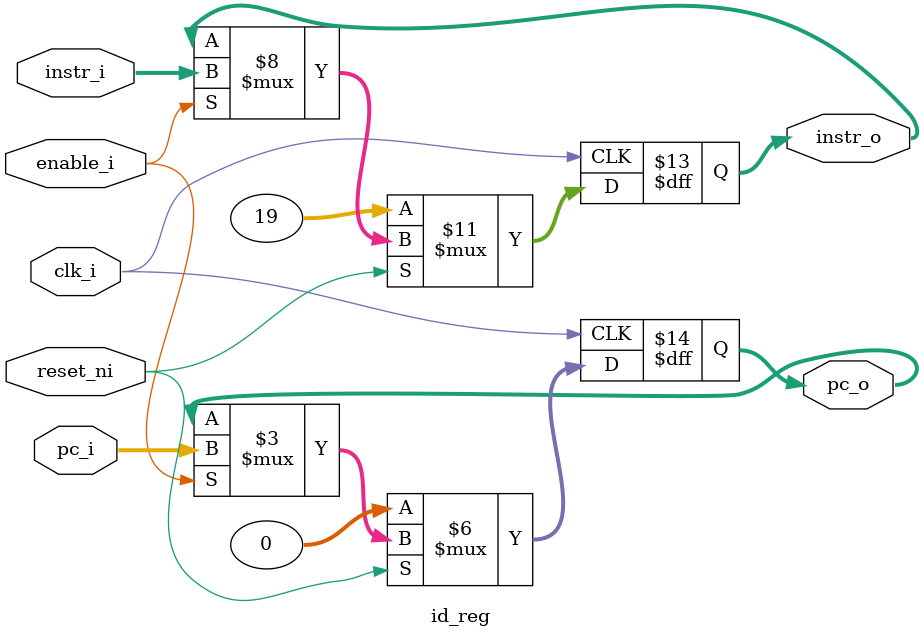
<source format=sv>
module id_reg (
    input logic clk_i,
    input logic reset_ni,
    input logic enable_i,
    input logic [31:0] instr_i,
    input logic [31:0] pc_i,

    output logic [31:0] instr_o,
    output logic [31:0] pc_o
);

  always_ff @(posedge clk_i)
    if (!reset_ni) begin
      instr_o <= 32'h13; //nop
      pc_o    <= 0;
    end else if (enable_i) begin
      instr_o <= instr_i;
      pc_o    <= pc_i;
    end

endmodule : id_reg

</source>
